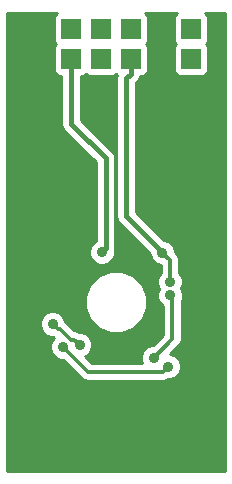
<source format=gbr>
G04 #@! TF.GenerationSoftware,KiCad,Pcbnew,(2017-02-05 revision 431abcf)-makepkg*
G04 #@! TF.CreationDate,2017-03-21T18:39:38+01:00*
G04 #@! TF.ProjectId,RPS01A,5250533031412E6B696361645F706362,01A*
G04 #@! TF.FileFunction,Copper,L1,Top,Signal*
G04 #@! TF.FilePolarity,Positive*
%FSLAX46Y46*%
G04 Gerber Fmt 4.6, Leading zero omitted, Abs format (unit mm)*
G04 Created by KiCad (PCBNEW (2017-02-05 revision 431abcf)-makepkg) date 03/21/17 18:39:39*
%MOMM*%
%LPD*%
G01*
G04 APERTURE LIST*
%ADD10C,0.100000*%
%ADD11R,1.651000X1.651000*%
%ADD12C,6.000000*%
%ADD13C,0.889000*%
%ADD14C,0.300000*%
%ADD15C,0.400000*%
%ADD16C,0.254000*%
G04 APERTURE END LIST*
D10*
D11*
X136430000Y-79186000D03*
X128810000Y-76646000D03*
X133890000Y-76646000D03*
X128810000Y-79186000D03*
X138970000Y-76646000D03*
X136430000Y-76646000D03*
X131350000Y-76646000D03*
X138970000Y-79186000D03*
X131350000Y-79186000D03*
X133890000Y-79186000D03*
X141510000Y-79186000D03*
X141510000Y-76646000D03*
D12*
X130080000Y-109920000D03*
X140240000Y-109920000D03*
X140240000Y-89600000D03*
X130080000Y-89600000D03*
D13*
X130842000Y-96458010D03*
X127793996Y-96966000D03*
X130674510Y-103546990D03*
X139605000Y-105221000D03*
X139726668Y-98037617D03*
X139097000Y-95569000D03*
X133972073Y-95524073D03*
X139757382Y-99180206D03*
X138344689Y-104465459D03*
X129794000Y-101600000D03*
X132080000Y-103378000D03*
D14*
X139605000Y-105221000D02*
X139160501Y-105665499D01*
X139160501Y-105665499D02*
X132793019Y-105665499D01*
X132793019Y-105665499D02*
X130674510Y-103546990D01*
X139726668Y-98037617D02*
X139726668Y-96198668D01*
X139726668Y-96198668D02*
X139097000Y-95569000D01*
D15*
X138652501Y-95124501D02*
X139097000Y-95569000D01*
X136039999Y-92511999D02*
X138652501Y-95124501D01*
X136039999Y-80801501D02*
X136039999Y-92511999D01*
X136430000Y-80411500D02*
X136039999Y-80801501D01*
X136430000Y-79186000D02*
X136430000Y-80411500D01*
X134280001Y-95216145D02*
X133972073Y-95524073D01*
X134280001Y-87583999D02*
X134280001Y-95216145D01*
X131350000Y-84653998D02*
X134280001Y-87583999D01*
X131350000Y-79186000D02*
X131350000Y-84653998D01*
D14*
X139943502Y-100491488D02*
X139943502Y-99366326D01*
X138344689Y-104465459D02*
X139943502Y-102866646D01*
X139943502Y-102866646D02*
X139943502Y-100491488D01*
X139943502Y-99366326D02*
X139757382Y-99180206D01*
X132080000Y-103378000D02*
X131635501Y-102933501D01*
X131635501Y-102933501D02*
X131316803Y-102933501D01*
X131316803Y-102933501D02*
X130427801Y-102044499D01*
X130427801Y-102044499D02*
X130238499Y-102044499D01*
X130238499Y-102044499D02*
X129794000Y-101600000D01*
D16*
G36*
X130066691Y-75362691D02*
X129926343Y-75572735D01*
X129877060Y-75820500D01*
X129877060Y-77471500D01*
X129926343Y-77719265D01*
X130057798Y-77916000D01*
X129926343Y-78112735D01*
X129877060Y-78360500D01*
X129877060Y-80011500D01*
X129926343Y-80259265D01*
X130066691Y-80469309D01*
X130276735Y-80609657D01*
X130515000Y-80657050D01*
X130515000Y-84653998D01*
X130578561Y-84973539D01*
X130759566Y-85244432D01*
X133445001Y-87929867D01*
X133445001Y-94573834D01*
X133361384Y-94608384D01*
X133057451Y-94911787D01*
X132892760Y-95308405D01*
X132892386Y-95737857D01*
X133056384Y-96134762D01*
X133359787Y-96438695D01*
X133756405Y-96603386D01*
X134185857Y-96603760D01*
X134582762Y-96439762D01*
X134886695Y-96136359D01*
X135051386Y-95739741D01*
X135051564Y-95535061D01*
X135115001Y-95216145D01*
X135115001Y-87583999D01*
X135051440Y-87264458D01*
X134870435Y-86993565D01*
X132185000Y-84308130D01*
X132185000Y-80657050D01*
X132423265Y-80609657D01*
X132620000Y-80478202D01*
X132816735Y-80609657D01*
X133064500Y-80658940D01*
X134715500Y-80658940D01*
X134963265Y-80609657D01*
X135160000Y-80478202D01*
X135256484Y-80542671D01*
X135204999Y-80801501D01*
X135204999Y-92511999D01*
X135268560Y-92831540D01*
X135449565Y-93102433D01*
X138017411Y-95670279D01*
X138017313Y-95782784D01*
X138181311Y-96179689D01*
X138484714Y-96483622D01*
X138881332Y-96648313D01*
X138941668Y-96648366D01*
X138941668Y-97295935D01*
X138812046Y-97425331D01*
X138647355Y-97821949D01*
X138646981Y-98251401D01*
X138810182Y-98646377D01*
X138678069Y-98964538D01*
X138677695Y-99393990D01*
X138841693Y-99790895D01*
X139145096Y-100094828D01*
X139158502Y-100100395D01*
X139158502Y-102541488D01*
X138314058Y-103385932D01*
X138130905Y-103385772D01*
X137734000Y-103549770D01*
X137430067Y-103853173D01*
X137265376Y-104249791D01*
X137265002Y-104679243D01*
X137348159Y-104880499D01*
X133118177Y-104880499D01*
X132577950Y-104340272D01*
X132690689Y-104293689D01*
X132994622Y-103990286D01*
X133159313Y-103593668D01*
X133159687Y-103164216D01*
X132995689Y-102767311D01*
X132692286Y-102463378D01*
X132295668Y-102298687D01*
X132070955Y-102298491D01*
X131935908Y-102208256D01*
X131643565Y-102150105D01*
X130982880Y-101489420D01*
X130873661Y-101416442D01*
X130873687Y-101386216D01*
X130709689Y-100989311D01*
X130406286Y-100685378D01*
X130009668Y-100520687D01*
X129580216Y-100520313D01*
X129183311Y-100684311D01*
X128879378Y-100987714D01*
X128714687Y-101384332D01*
X128714313Y-101813784D01*
X128878311Y-102210689D01*
X129181714Y-102514622D01*
X129578332Y-102679313D01*
X129803045Y-102679509D01*
X129926488Y-102761990D01*
X129930331Y-102764558D01*
X129759888Y-102934704D01*
X129595197Y-103331322D01*
X129594823Y-103760774D01*
X129758821Y-104157679D01*
X130062224Y-104461612D01*
X130458842Y-104626303D01*
X130643826Y-104626464D01*
X132237940Y-106220578D01*
X132492612Y-106390744D01*
X132793019Y-106450499D01*
X139160501Y-106450499D01*
X139460908Y-106390744D01*
X139595979Y-106300493D01*
X139818784Y-106300687D01*
X140215689Y-106136689D01*
X140519622Y-105833286D01*
X140684313Y-105436668D01*
X140684687Y-105007216D01*
X140520689Y-104610311D01*
X140217286Y-104306378D01*
X139820668Y-104141687D01*
X139778656Y-104141650D01*
X140498581Y-103421725D01*
X140668747Y-103167053D01*
X140728502Y-102866646D01*
X140728502Y-99656430D01*
X140836695Y-99395874D01*
X140837069Y-98966422D01*
X140673868Y-98571446D01*
X140805981Y-98253285D01*
X140806355Y-97823833D01*
X140642357Y-97426928D01*
X140511668Y-97296011D01*
X140511668Y-96198668D01*
X140482324Y-96051145D01*
X140451913Y-95898261D01*
X140281747Y-95643589D01*
X140176527Y-95538369D01*
X140176687Y-95355216D01*
X140012689Y-94958311D01*
X139709286Y-94654378D01*
X139312668Y-94489687D01*
X139198456Y-94489588D01*
X136874999Y-92166131D01*
X136874999Y-81147369D01*
X137020434Y-81001934D01*
X137201440Y-80731040D01*
X137215781Y-80658940D01*
X137255500Y-80658940D01*
X137503265Y-80609657D01*
X137713309Y-80469309D01*
X137853657Y-80259265D01*
X137902940Y-80011500D01*
X137902940Y-78360500D01*
X137853657Y-78112735D01*
X137722202Y-77916000D01*
X137853657Y-77719265D01*
X137902940Y-77471500D01*
X137902940Y-75820500D01*
X137853657Y-75572735D01*
X137713309Y-75362691D01*
X137620983Y-75301000D01*
X140319017Y-75301000D01*
X140226691Y-75362691D01*
X140086343Y-75572735D01*
X140037060Y-75820500D01*
X140037060Y-77471500D01*
X140086343Y-77719265D01*
X140217798Y-77916000D01*
X140086343Y-78112735D01*
X140037060Y-78360500D01*
X140037060Y-80011500D01*
X140086343Y-80259265D01*
X140226691Y-80469309D01*
X140436735Y-80609657D01*
X140684500Y-80658940D01*
X142335500Y-80658940D01*
X142583265Y-80609657D01*
X142793309Y-80469309D01*
X142933657Y-80259265D01*
X142982940Y-80011500D01*
X142982940Y-78360500D01*
X142933657Y-78112735D01*
X142802202Y-77916000D01*
X142933657Y-77719265D01*
X142982940Y-77471500D01*
X142982940Y-75820500D01*
X142933657Y-75572735D01*
X142793309Y-75362691D01*
X142700983Y-75301000D01*
X144379000Y-75301000D01*
X144379000Y-114059000D01*
X125941000Y-114059000D01*
X125941000Y-100281834D01*
X132524543Y-100281834D01*
X132924853Y-101250658D01*
X133665443Y-101992542D01*
X134633567Y-102394542D01*
X135681834Y-102395457D01*
X136650658Y-101995147D01*
X137392542Y-101254557D01*
X137794542Y-100286433D01*
X137795457Y-99238166D01*
X137395147Y-98269342D01*
X136654557Y-97527458D01*
X135686433Y-97125458D01*
X134638166Y-97124543D01*
X133669342Y-97524853D01*
X132927458Y-98265443D01*
X132525458Y-99233567D01*
X132524543Y-100281834D01*
X125941000Y-100281834D01*
X125941000Y-75301000D01*
X130159017Y-75301000D01*
X130066691Y-75362691D01*
X130066691Y-75362691D01*
G37*
X130066691Y-75362691D02*
X129926343Y-75572735D01*
X129877060Y-75820500D01*
X129877060Y-77471500D01*
X129926343Y-77719265D01*
X130057798Y-77916000D01*
X129926343Y-78112735D01*
X129877060Y-78360500D01*
X129877060Y-80011500D01*
X129926343Y-80259265D01*
X130066691Y-80469309D01*
X130276735Y-80609657D01*
X130515000Y-80657050D01*
X130515000Y-84653998D01*
X130578561Y-84973539D01*
X130759566Y-85244432D01*
X133445001Y-87929867D01*
X133445001Y-94573834D01*
X133361384Y-94608384D01*
X133057451Y-94911787D01*
X132892760Y-95308405D01*
X132892386Y-95737857D01*
X133056384Y-96134762D01*
X133359787Y-96438695D01*
X133756405Y-96603386D01*
X134185857Y-96603760D01*
X134582762Y-96439762D01*
X134886695Y-96136359D01*
X135051386Y-95739741D01*
X135051564Y-95535061D01*
X135115001Y-95216145D01*
X135115001Y-87583999D01*
X135051440Y-87264458D01*
X134870435Y-86993565D01*
X132185000Y-84308130D01*
X132185000Y-80657050D01*
X132423265Y-80609657D01*
X132620000Y-80478202D01*
X132816735Y-80609657D01*
X133064500Y-80658940D01*
X134715500Y-80658940D01*
X134963265Y-80609657D01*
X135160000Y-80478202D01*
X135256484Y-80542671D01*
X135204999Y-80801501D01*
X135204999Y-92511999D01*
X135268560Y-92831540D01*
X135449565Y-93102433D01*
X138017411Y-95670279D01*
X138017313Y-95782784D01*
X138181311Y-96179689D01*
X138484714Y-96483622D01*
X138881332Y-96648313D01*
X138941668Y-96648366D01*
X138941668Y-97295935D01*
X138812046Y-97425331D01*
X138647355Y-97821949D01*
X138646981Y-98251401D01*
X138810182Y-98646377D01*
X138678069Y-98964538D01*
X138677695Y-99393990D01*
X138841693Y-99790895D01*
X139145096Y-100094828D01*
X139158502Y-100100395D01*
X139158502Y-102541488D01*
X138314058Y-103385932D01*
X138130905Y-103385772D01*
X137734000Y-103549770D01*
X137430067Y-103853173D01*
X137265376Y-104249791D01*
X137265002Y-104679243D01*
X137348159Y-104880499D01*
X133118177Y-104880499D01*
X132577950Y-104340272D01*
X132690689Y-104293689D01*
X132994622Y-103990286D01*
X133159313Y-103593668D01*
X133159687Y-103164216D01*
X132995689Y-102767311D01*
X132692286Y-102463378D01*
X132295668Y-102298687D01*
X132070955Y-102298491D01*
X131935908Y-102208256D01*
X131643565Y-102150105D01*
X130982880Y-101489420D01*
X130873661Y-101416442D01*
X130873687Y-101386216D01*
X130709689Y-100989311D01*
X130406286Y-100685378D01*
X130009668Y-100520687D01*
X129580216Y-100520313D01*
X129183311Y-100684311D01*
X128879378Y-100987714D01*
X128714687Y-101384332D01*
X128714313Y-101813784D01*
X128878311Y-102210689D01*
X129181714Y-102514622D01*
X129578332Y-102679313D01*
X129803045Y-102679509D01*
X129926488Y-102761990D01*
X129930331Y-102764558D01*
X129759888Y-102934704D01*
X129595197Y-103331322D01*
X129594823Y-103760774D01*
X129758821Y-104157679D01*
X130062224Y-104461612D01*
X130458842Y-104626303D01*
X130643826Y-104626464D01*
X132237940Y-106220578D01*
X132492612Y-106390744D01*
X132793019Y-106450499D01*
X139160501Y-106450499D01*
X139460908Y-106390744D01*
X139595979Y-106300493D01*
X139818784Y-106300687D01*
X140215689Y-106136689D01*
X140519622Y-105833286D01*
X140684313Y-105436668D01*
X140684687Y-105007216D01*
X140520689Y-104610311D01*
X140217286Y-104306378D01*
X139820668Y-104141687D01*
X139778656Y-104141650D01*
X140498581Y-103421725D01*
X140668747Y-103167053D01*
X140728502Y-102866646D01*
X140728502Y-99656430D01*
X140836695Y-99395874D01*
X140837069Y-98966422D01*
X140673868Y-98571446D01*
X140805981Y-98253285D01*
X140806355Y-97823833D01*
X140642357Y-97426928D01*
X140511668Y-97296011D01*
X140511668Y-96198668D01*
X140482324Y-96051145D01*
X140451913Y-95898261D01*
X140281747Y-95643589D01*
X140176527Y-95538369D01*
X140176687Y-95355216D01*
X140012689Y-94958311D01*
X139709286Y-94654378D01*
X139312668Y-94489687D01*
X139198456Y-94489588D01*
X136874999Y-92166131D01*
X136874999Y-81147369D01*
X137020434Y-81001934D01*
X137201440Y-80731040D01*
X137215781Y-80658940D01*
X137255500Y-80658940D01*
X137503265Y-80609657D01*
X137713309Y-80469309D01*
X137853657Y-80259265D01*
X137902940Y-80011500D01*
X137902940Y-78360500D01*
X137853657Y-78112735D01*
X137722202Y-77916000D01*
X137853657Y-77719265D01*
X137902940Y-77471500D01*
X137902940Y-75820500D01*
X137853657Y-75572735D01*
X137713309Y-75362691D01*
X137620983Y-75301000D01*
X140319017Y-75301000D01*
X140226691Y-75362691D01*
X140086343Y-75572735D01*
X140037060Y-75820500D01*
X140037060Y-77471500D01*
X140086343Y-77719265D01*
X140217798Y-77916000D01*
X140086343Y-78112735D01*
X140037060Y-78360500D01*
X140037060Y-80011500D01*
X140086343Y-80259265D01*
X140226691Y-80469309D01*
X140436735Y-80609657D01*
X140684500Y-80658940D01*
X142335500Y-80658940D01*
X142583265Y-80609657D01*
X142793309Y-80469309D01*
X142933657Y-80259265D01*
X142982940Y-80011500D01*
X142982940Y-78360500D01*
X142933657Y-78112735D01*
X142802202Y-77916000D01*
X142933657Y-77719265D01*
X142982940Y-77471500D01*
X142982940Y-75820500D01*
X142933657Y-75572735D01*
X142793309Y-75362691D01*
X142700983Y-75301000D01*
X144379000Y-75301000D01*
X144379000Y-114059000D01*
X125941000Y-114059000D01*
X125941000Y-100281834D01*
X132524543Y-100281834D01*
X132924853Y-101250658D01*
X133665443Y-101992542D01*
X134633567Y-102394542D01*
X135681834Y-102395457D01*
X136650658Y-101995147D01*
X137392542Y-101254557D01*
X137794542Y-100286433D01*
X137795457Y-99238166D01*
X137395147Y-98269342D01*
X136654557Y-97527458D01*
X135686433Y-97125458D01*
X134638166Y-97124543D01*
X133669342Y-97524853D01*
X132927458Y-98265443D01*
X132525458Y-99233567D01*
X132524543Y-100281834D01*
X125941000Y-100281834D01*
X125941000Y-75301000D01*
X130159017Y-75301000D01*
X130066691Y-75362691D01*
M02*

</source>
